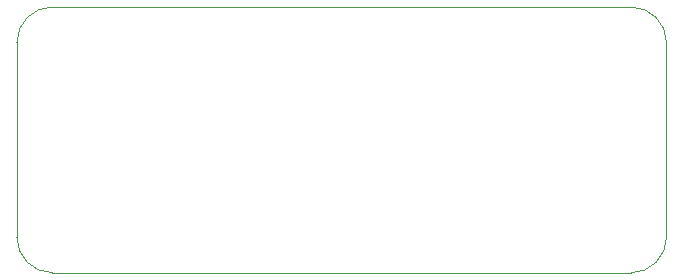
<source format=gbr>
%TF.GenerationSoftware,KiCad,Pcbnew,(6.0.7)*%
%TF.CreationDate,2023-06-20T16:23:12-04:00*%
%TF.ProjectId,microkfd,6d696372-6f6b-4666-942e-6b696361645f,E*%
%TF.SameCoordinates,Original*%
%TF.FileFunction,Profile,NP*%
%FSLAX46Y46*%
G04 Gerber Fmt 4.6, Leading zero omitted, Abs format (unit mm)*
G04 Created by KiCad (PCBNEW (6.0.7)) date 2023-06-20 16:23:12*
%MOMM*%
%LPD*%
G01*
G04 APERTURE LIST*
%TA.AperFunction,Profile*%
%ADD10C,0.100000*%
%TD*%
G04 APERTURE END LIST*
D10*
X145500000Y-111250000D02*
X96500000Y-111250000D01*
X148500000Y-91750000D02*
G75*
G03*
X145500000Y-88750000I-3000000J0D01*
G01*
X145500000Y-111250000D02*
G75*
G03*
X148500000Y-108250000I0J3000000D01*
G01*
X148500000Y-91750000D02*
X148500000Y-108250000D01*
X96500000Y-88750000D02*
X145500000Y-88750000D01*
X93500000Y-108250000D02*
X93500000Y-91750000D01*
X93500000Y-108250000D02*
G75*
G03*
X96500000Y-111250000I3000000J0D01*
G01*
X96500000Y-88750000D02*
G75*
G03*
X93500000Y-91750000I0J-3000000D01*
G01*
M02*

</source>
